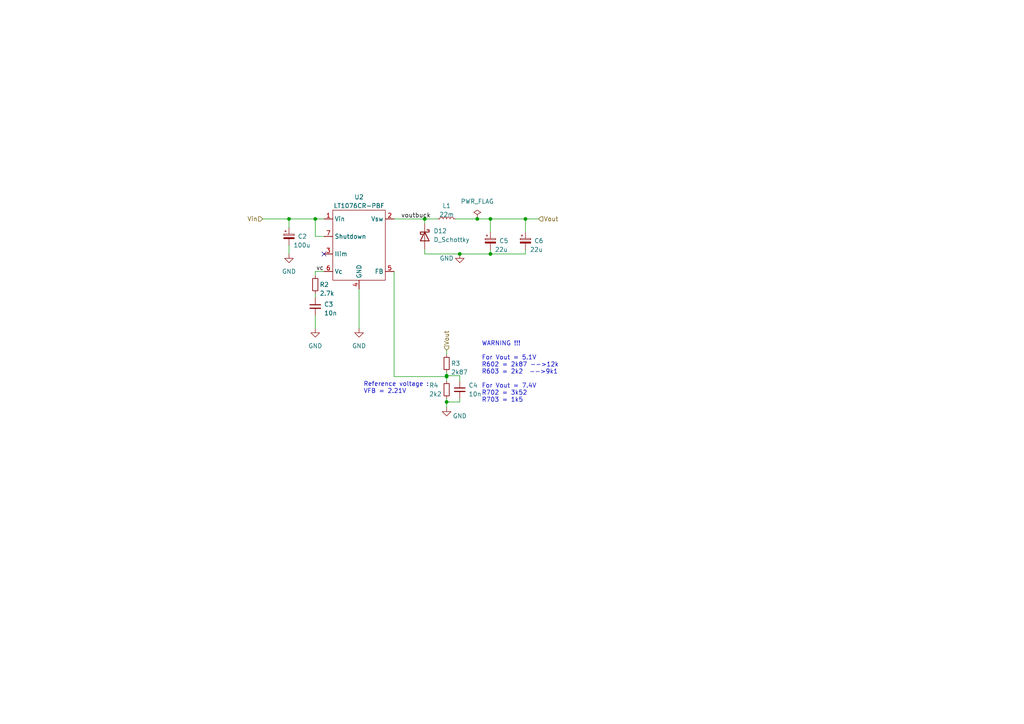
<source format=kicad_sch>
(kicad_sch (version 20231120) (generator "eeschema") (generator_version "8.0")
  (paper "A4")
  (lib_symbols
    (symbol "Device:C_Polarized_Small" (pin_numbers hide) (pin_names (offset 0.254) hide)
      (property "Reference" "C" (at 0.254 1.778 0))
      (property "Value" "C_Polarized_Small" (at 0.254 -2.032 0))
      (symbol "C_Polarized_Small_0_1"
        (rectangle (start -1.524 -0.3048) (end 1.524 -0.6858) (fill (type outline)))
        (rectangle (start -1.524 0.6858) (end 1.524 0.3048))
        (polyline (pts (xy -1.27 1.524) (xy -0.762 1.524)))
        (polyline (pts (xy -1.016 1.27) (xy -1.016 1.778)))
      )
      (symbol "C_Polarized_Small_1_1"
        (pin passive line (at 0 2.54 270) (length 1.8542) (name "~") (number "1"))
        (pin passive line (at 0 -2.54 90) (length 1.8542) (name "~") (number "2"))
      )
    )
    (symbol "Device:C_Small" (pin_numbers hide) (pin_names (offset 0.254) hide)
      (property "Reference" "C" (at 0.254 1.778 0))
      (property "Value" "C_Small" (at 0.254 -2.032 0))
      (symbol "C_Small_0_1"
        (polyline (pts (xy -1.524 -0.508) (xy 1.524 -0.508)) (stroke (width 0.3302)))
        (polyline (pts (xy -1.524 0.508) (xy 1.524 0.508)) (stroke (width 0.3048)))
      )
      (symbol "C_Small_1_1"
        (pin passive line (at 0 2.54 270) (length 2.032) (name "~") (number "1"))
        (pin passive line (at 0 -2.54 90) (length 2.032) (name "~") (number "2"))
      )
    )
    (symbol "Device:D_Schottky" (pin_numbers hide) (pin_names (offset 1.016) hide)
      (property "Reference" "D" (at 0 2.54 0))
      (property "Value" "D_Schottky" (at 0 -2.54 0))
      (symbol "D_Schottky_0_1"
        (polyline (pts (xy 1.27 0) (xy -1.27 0)))
        (polyline (pts (xy 1.27 1.27) (xy 1.27 -1.27) (xy -1.27 0) (xy 1.27 1.27)) (stroke (width 0.254)))
        (polyline (pts (xy -1.905 0.635) (xy -1.905 1.27) (xy -1.27 1.27) (xy -1.27 -1.27) (xy -0.635 -1.27) (xy -0.635 -0.635)) (stroke (width 0.254)))
      )
      (symbol "D_Schottky_1_1"
        (pin passive line (at -3.81 0 0) (length 2.54) (name "K") (number "1"))
        (pin passive line (at 3.81 0 180) (length 2.54) (name "A") (number "2"))
      )
    )
    (symbol "Device:L_Small" (pin_numbers hide) (pin_names (offset 0.254) hide)
      (property "Reference" "L" (at 0.762 1.016 0))
      (property "Value" "L_Small" (at 0.762 -1.016 0))
      (symbol "L_Small_0_1"
        (arc (start 0 -2.032) (mid 0.5058 -1.524) (end 0 -1.016))
        (arc (start 0 -1.016) (mid 0.5058 -0.508) (end 0 0))
        (arc (start 0 0) (mid 0.5058 0.508) (end 0 1.016))
        (arc (start 0 1.016) (mid 0.5058 1.524) (end 0 2.032))
      )
      (symbol "L_Small_1_1"
        (pin passive line (at 0 2.54 270) (length 0.508) (name "~") (number "1"))
        (pin passive line (at 0 -2.54 90) (length 0.508) (name "~") (number "2"))
      )
    )
    (symbol "Device:R_Small" (pin_numbers hide) (pin_names (offset 0.254) hide)
      (property "Reference" "R" (at 0.762 0.508 0))
      (property "Value" "R_Small" (at 0.762 -1.016 0))
      (symbol "R_Small_0_1"
        (rectangle (start -0.762 1.778) (end 0.762 -1.778) (stroke (width 0.2032)))
      )
      (symbol "R_Small_1_1"
        (pin passive line (at 0 2.54 270) (length 0.762) (name "~") (number "1"))
        (pin passive line (at 0 -2.54 90) (length 0.762) (name "~") (number "2"))
      )
    )
    (symbol "LT1076_1"
      (property "Reference" "U" (at -6.35 10.16 0))
      (symbol "LT1076_1_0_1"
        (rectangle (start -7.62 8.89) (end 7.62 -11.43))
      )
      (symbol "LT1076_1_1_1"
        (pin power_in line (at -10.16 6.35 0) (length 2.54) (name "Vin") (number "1"))
        (pin output line (at 10.16 6.35 180) (length 2.54) (name "Vsw") (number "2"))
        (pin input line (at -10.16 -3.81 0) (length 2.54) (name "Ilim") (number "3"))
        (pin power_in line (at 0 -13.97 90) (length 2.54) (name "GND") (number "4"))
        (pin input line (at 10.16 -8.89 180) (length 2.54) (name "FB") (number "5"))
        (pin input line (at -10.16 -8.89 0) (length 2.54) (name "Vc") (number "6"))
        (pin input line (at -10.16 1.27 0) (length 2.54) (name "Shutdown") (number "7"))
      )
    )
    (symbol "power:GND" (power) (pin_names (offset 0))
      (property "Value" "GND" (at 0 -3.81 0))
      (symbol "GND_0_1"
        (polyline (pts (xy 0 0) (xy 0 -1.27) (xy 1.27 -1.27) (xy 0 -2.54) (xy -1.27 -1.27) (xy 0 -1.27)))
      )
      (symbol "GND_1_1"
        (pin power_in line (at 0 0 270) (length 0) hide (name "GND") (number "1"))
      )
    )
    (symbol "power:PWR_FLAG" (power) (pin_numbers hide) (pin_names (offset 0) hide)
      (property "Value" "PWR_FLAG" (at 0 3.81 0))
      (symbol "PWR_FLAG_0_0"
        (pin power_out line (at 0 0 90) (length 0) (name "pwr") (number "1"))
      )
      (symbol "PWR_FLAG_0_1"
        (polyline (pts (xy 0 0) (xy 0 1.27) (xy -1.016 1.905) (xy 0 2.54) (xy 1.016 1.905) (xy 0 1.27)))
      )
    )
  )
  (junction (at 129.54 108.966))
  (junction (at 91.44 63.5))
  (junction (at 152.4 63.5))
  (junction (at 138.43 63.5))
  (junction (at 129.54 109.22))
  (junction (at 129.54 116.586))
  (junction (at 123.19 63.5))
  (junction (at 142.24 63.5))
  (junction (at 142.24 73.66))
  (junction (at 133.35 73.66))
  (junction (at 83.82 63.5))
  (no_connect (at 93.98 73.66))
  (wire (pts (xy 152.4 63.5) (xy 142.24 63.5)))
  (wire (pts (xy 123.19 72.39) (xy 123.19 73.66)))
  (wire (pts (xy 104.14 83.82) (xy 104.14 95.25)))
  (wire (pts (xy 133.35 115.57) (xy 133.35 116.586)))
  (wire (pts (xy 83.82 71.12) (xy 83.82 73.66)))
  (wire (pts (xy 91.44 95.25) (xy 91.44 91.44)))
  (wire (pts (xy 91.44 78.74) (xy 93.98 78.74)))
  (wire (pts (xy 91.44 80.01) (xy 91.44 78.74)))
  (wire (pts (xy 129.54 109.22) (xy 129.54 110.49)))
  (wire (pts (xy 114.3 78.74) (xy 114.3 109.22)))
  (wire (pts (xy 83.82 63.5) (xy 91.44 63.5)))
  (wire (pts (xy 91.44 68.58) (xy 91.44 63.5)))
  (wire (pts (xy 76.2 63.5) (xy 83.82 63.5)))
  (wire (pts (xy 152.4 63.5) (xy 152.4 67.31)))
  (wire (pts (xy 91.44 85.09) (xy 91.44 86.36)))
  (wire (pts (xy 138.43 63.5) (xy 142.24 63.5)))
  (wire (pts (xy 152.4 73.66) (xy 152.4 72.39)))
  (wire (pts (xy 91.44 63.5) (xy 93.98 63.5)))
  (wire (pts (xy 123.19 64.77) (xy 123.19 63.5)))
  (wire (pts (xy 142.24 73.66) (xy 152.4 73.66)))
  (wire (pts (xy 123.19 73.66) (xy 133.35 73.66)))
  (wire (pts (xy 129.54 115.57) (xy 129.54 116.586)))
  (wire (pts (xy 129.54 118.11) (xy 129.54 116.586)))
  (wire (pts (xy 114.3 109.22) (xy 129.54 109.22)))
  (wire (pts (xy 133.35 110.49) (xy 133.35 108.966)))
  (wire (pts (xy 129.54 107.95) (xy 129.54 108.966)))
  (wire (pts (xy 156.21 63.5) (xy 152.4 63.5)))
  (wire (pts (xy 93.98 68.58) (xy 91.44 68.58)))
  (wire (pts (xy 129.54 116.586) (xy 133.35 116.586)))
  (wire (pts (xy 129.54 101.6) (xy 129.54 102.87)))
  (wire (pts (xy 114.3 63.5) (xy 123.19 63.5)))
  (wire (pts (xy 133.35 73.66) (xy 142.24 73.66)))
  (wire (pts (xy 142.24 63.5) (xy 142.24 67.31)))
  (wire (pts (xy 129.54 108.966) (xy 133.35 108.966)))
  (wire (pts (xy 83.82 63.5) (xy 83.82 66.04)))
  (wire (pts (xy 129.54 109.22) (xy 129.54 108.966)))
  (wire (pts (xy 132.08 63.5) (xy 138.43 63.5)))
  (wire (pts (xy 142.24 72.39) (xy 142.24 73.66)))
  (wire (pts (xy 123.19 63.5) (xy 127 63.5)))
  (text "Reference voltage :\nVFB = 2.21V" (at 105.41 114.3 0) (effects (font (size 1.27 1.27)) (justify left bottom)))
  (text "WARNING !!!\n\nFor Vout = 5.1V\nR602 = 2k87 -->12k\nR603 = 2k2  -->9k1\n\nFor Vout = 7.4V\nR702 = 3k52\nR703 = 1k5" (at 139.7 116.84 0) (effects (font (size 1.27 1.27)) (justify left bottom)))
  (label "vc" (at 91.694 78.74 0))
  (label "voutbuck" (at 116.332 63.5 0))
  (hierarchical_label "Vin" (shape input) (at 76.2 63.5 180))
  (hierarchical_label "Vout" (shape input) (at 129.54 101.6 90))
  (hierarchical_label "Vout" (shape input) (at 156.21 63.5 0))
  (symbol (lib_id "Device:D_Schottky") (at 123.19 68.58 270) (unit 1)
    (property "Reference" "D12" (at 125.73 66.9925 90) (effects (justify left)))
    (property "Value" "D_Schottky" (at 125.73 69.5325 90) (effects (justify left)))
    (property "Footprint" "custom:DST10100S" (effects (hide yes)))
    (property "Datasheet" "https://www.mouser.fr/datasheet/2/240/media-3323546.pdf" (effects (hide yes)))
    (property "MPN" "DST10100S" (effects (hide yes)))
  )
  (symbol (lib_id "Device:R_Small") (at 129.54 105.41 0) (unit 1)
    (property "Reference" "R3" (at 130.81 105.41 0) (effects (justify left)))
    (property "Value" "2k87" (at 130.81 107.95 0) (effects (justify left)))
    (property "Footprint" "Resistor_SMD:R_0402_1005Metric" (effects (hide yes)))
  )
  (symbol (lib_id "Device:C_Polarized_Small") (at 83.82 68.58 0) (unit 1)
    (property "Reference" "C2" (at 86.36 68.58 0) (effects (justify left)))
    (property "Value" "100u" (at 85.09 71.12 0) (effects (justify left)))
    (property "Footprint" "Capacitor_SMD:CP_Elec_6.3x7.7" (effects (hide yes)))
    (property "Datasheet" "https://www.we-online.com/components/products/datasheet/865060445005.pdf" (effects (hide yes)))
    (property "MPN" "865060445005" (effects (hide yes)))
    (property "Vmax" "25V" (effects (hide yes)))
  )
  (symbol (lib_id "power:GND") (at 83.82 73.66 0) (unit 1)
    (property "Reference" "#PWR022" (effects (hide yes)))
    (property "Value" "GND" (at 83.82 78.74 0))
  )
  (symbol (lib_id "Device:L_Small") (at 129.54 63.5 90) (unit 1)
    (property "Reference" "L1" (at 129.54 59.69 90))
    (property "Value" "22m" (at 129.54 62.23 90))
    (property "Footprint" "Inductor_SMD:L_Changjiang_FNR8065S" (effects (hide yes)))
    (property "MPN" "74404084220" (effects (hide yes)))
  )
  (symbol (lib_id "power:PWR_FLAG") (at 138.43 63.5 0) (unit 1)
    (property "Reference" "#FLG01" (effects (hide yes)))
    (property "Value" "PWR_FLAG" (at 138.43 58.42 0))
  )
  (symbol (lib_id "Device:C_Small") (at 133.35 113.03 0) (unit 1)
    (property "Reference" "C4" (at 135.89 111.7663 0) (effects (justify left)))
    (property "Value" "10n" (at 135.89 114.3063 0) (effects (justify left)))
    (property "Footprint" "Capacitor_SMD:C_0402_1005Metric" (effects (hide yes)))
  )
  (symbol (lib_id "power:GND") (at 133.35 73.66 0) (unit 1)
    (property "Reference" "#PWR026" (effects (hide yes)))
    (property "Value" "GND" (at 129.54 74.93 0))
  )
  (symbol (lib_id "power:GND") (at 104.14 95.25 0) (unit 1)
    (property "Reference" "#PWR024" (effects (hide yes)))
    (property "Value" "GND" (at 104.14 100.33 0))
  )
  (symbol (lib_id "power:GND") (at 129.54 118.11 0) (unit 1)
    (property "Reference" "#PWR025" (effects (hide yes)))
    (property "Value" "GND" (at 133.35 120.65 0))
  )
  (symbol (lib_name "LT1076_1") (lib_id "custom:LT1076") (at 104.14 69.85 0) (unit 1)
    (property "Reference" "U2" (at 104.14 57.15 0))
    (property "Value" "LT1076CR-PBF" (at 104.14 59.69 0))
    (property "Footprint" "Package_TO_SOT_SMD:TO-263-7_TabPin4" (effects (hide yes)))
    (property "Datasheet" "https://www.mouser.fr/datasheet/2/609/1074fds-3123169.pdf" (effects (hide yes)))
    (property "MPN" "LT1076CR" (effects (hide yes)))
  )
  (symbol (lib_id "power:GND") (at 91.44 95.25 0) (unit 1)
    (property "Reference" "#PWR023" (effects (hide yes)))
    (property "Value" "GND" (at 91.44 100.33 0))
  )
  (symbol (lib_id "Device:C_Polarized_Small") (at 142.24 69.85 0) (unit 1)
    (property "Reference" "C5" (at 144.78 69.85 0) (effects (justify left)))
    (property "Value" "22u" (at 143.51 72.39 0) (effects (justify left)))
    (property "Footprint" "Capacitor_SMD:CP_Elec_4x5.4" (effects (hide yes)))
    (property "Datasheet" "https://www.we-online.com/components/products/datasheet/865060240001.pdf" (effects (hide yes)))
    (property "MPN" "865060240001" (effects (hide yes)))
    (property "Vmax" "10V" (effects (hide yes)))
  )
  (symbol (lib_id "Device:R_Small") (at 91.44 82.55 0) (unit 1)
    (property "Reference" "R2" (at 92.71 82.55 0) (effects (justify left)))
    (property "Value" "2.7k" (at 92.71 85.09 0) (effects (justify left)))
    (property "Footprint" "Resistor_SMD:R_0402_1005Metric" (effects (hide yes)))
  )
  (symbol (lib_id "Device:R_Small") (at 129.54 113.03 0) (unit 1)
    (property "Reference" "R4" (at 124.46 111.76 0) (effects (justify left)))
    (property "Value" "2k2" (at 124.46 114.3 0) (effects (justify left)))
    (property "Footprint" "Resistor_SMD:R_0402_1005Metric" (effects (hide yes)))
  )
  (symbol (lib_id "Device:C_Polarized_Small") (at 152.4 69.85 0) (unit 1)
    (property "Reference" "C6" (at 154.94 69.85 0) (effects (justify left)))
    (property "Value" "22u" (at 153.67 72.39 0) (effects (justify left)))
    (property "Footprint" "Capacitor_SMD:CP_Elec_4x5.4" (effects (hide yes)))
    (property "Datasheet" "https://www.we-online.com/components/products/datasheet/865060240001.pdf" (effects (hide yes)))
    (property "MPN" "865060240001" (effects (hide yes)))
    (property "Vmax" "10V" (effects (hide yes)))
  )
  (symbol (lib_id "Device:C_Small") (at 91.44 88.9 0) (unit 1)
    (property "Reference" "C3" (at 93.98 88.2713 0) (effects (justify left)))
    (property "Value" "10n" (at 93.98 90.8113 0) (effects (justify left)))
    (property "Footprint" "Capacitor_SMD:C_0402_1005Metric" (effects (hide yes)))
  )
)
</source>
